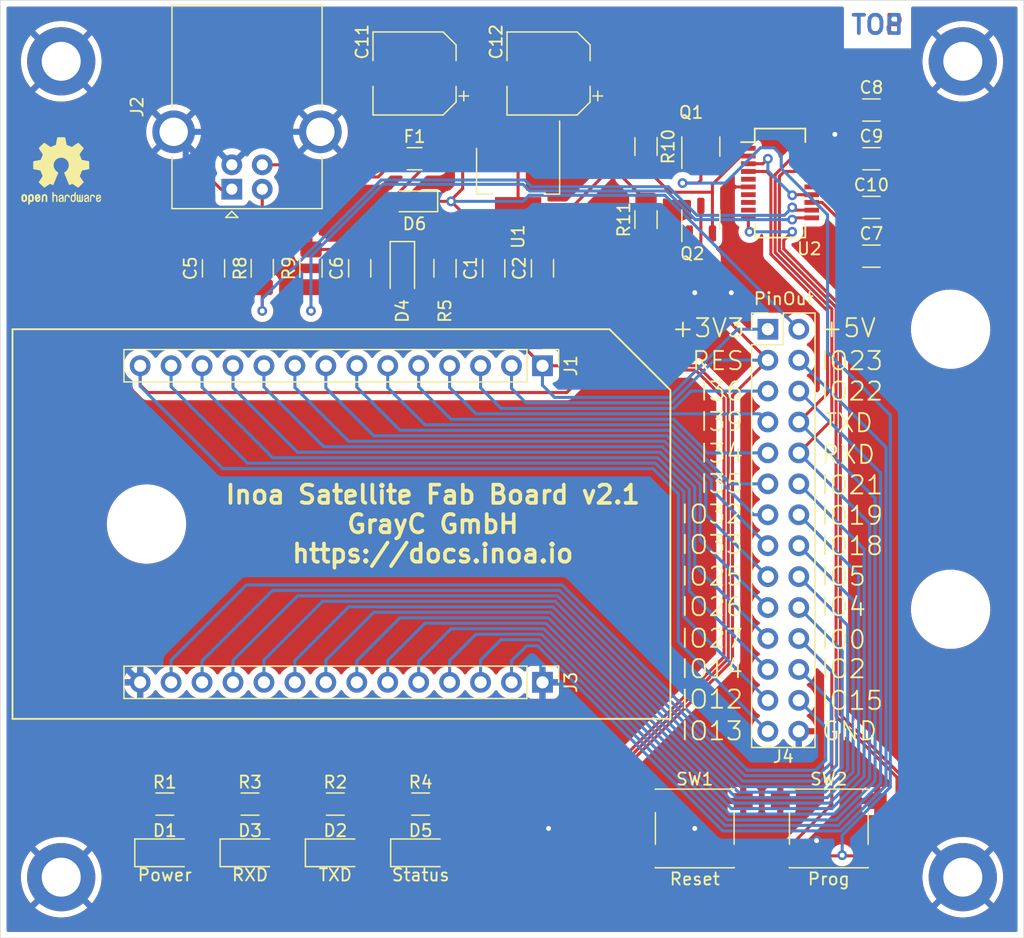
<source format=kicad_pcb>
(kicad_pcb (version 20211014) (generator pcbnew)
  (layers (0 "F.Cu" signal) (31 "B.Cu" signal) (34 "B.Paste" user) (35 "F.Paste" user) (36 "B.SilkS" user "B.Silkscreen") (37 "F.SilkS" user "F.Silkscreen") (38 "B.Mask" user) (39 "F.Mask" user) (44 "Edge.Cuts" user))
  (net 0 "")
  (net 1 "GND")
  (net 2 "+3V3")
  (net 3 "D-")
  (net 4 "+5V")
  (net 5 "Net-(D3-Pad2)")
  (net 6 "IO15")
  (net 7 "IO2")
  (net 8 "IO0")
  (net 9 "IO4")
  (net 10 "IO5")
  (net 11 "IO18")
  (net 12 "IO19")
  (net 13 "IO21")
  (net 14 "U0RXD")
  (net 15 "U0TXD")
  (net 16 "IO22")
  (net 17 "IO23")
  (net 18 "IO13")
  (net 19 "IO12")
  (net 20 "IO14")
  (net 21 "IO27")
  (net 22 "IO26")
  (net 23 "IO25")
  (net 24 "IO33")
  (net 25 "IO32")
  (net 26 "I35")
  (net 27 "I34")
  (net 28 "I39")
  (net 29 "I36")
  (net 30 "Chip_PU")
  (net 31 "TX_LED")
  (net 32 "RX_LED")
  (net 33 "D+")
  (net 34 "FT_~{DTR}")
  (net 35 "FT_~{RTS}")
  (net 36 "Net-(C7-Pad1)")
  (net 37 "Net-(D1-Pad2)")
  (net 38 "Net-(D2-Pad2)")
  (net 39 "Net-(D4-Pad1)")
  (net 40 "Net-(F1-Pad1)")
  (net 41 "Net-(D5-Pad2)")
  (net 42 "Net-(R8-Pad1)")
  (net 43 "Net-(R9-Pad1)")
  (net 50 "Net-(Q1-Pad1)")
  (net 51 "Net-(Q2-Pad1)")
  (footprint "Package_SO:SSOP-20_3.9x8.7mm_P0.635mm" (layer "F.Cu") (at 114 65)
    (fp_text reference "U2")
    (fp_text value "FT231XS")
  )
  (footprint "Package_TO_SOT_SMD:SOT-223-3_TabPin2" (layer "F.Cu") (at 92.5 64 -90)
    (fp_text reference "U1")
    (fp_text value "LD1117S33")
  )
  (footprint "MountingHole:MountingHole_3.2mm_M3_DIN965_Pad" (layer "F.Cu") (at 55 122)
    (fp_text reference "H3" hide)
    (fp_text value "Stand" hide)
  )
  (footprint "MountingHole:MountingHole_3.2mm_M3_DIN965_Pad" (layer "F.Cu") (at 129 55)
    (fp_text reference "H5" hide)
    (fp_text value "Stand" hide)
  )
  (footprint "MountingHole:MountingHole_3.2mm_M3_DIN965_Pad" (layer "F.Cu") (at 129 122)
    (fp_text reference "H7" hide)
    (fp_text value "Stand" hide)
  )
  (footprint "MountingHole:MountingHole_3.2mm_M3_DIN965_Pad" (layer "F.Cu") (at 55 55)
    (fp_text reference "H2" hide)
    (fp_text value "Stand" hide)
  )
  (footprint "LED_SMD:LED_1206_3216Metric_Pad1.42x1.75mm_HandSolder" (layer "F.Cu") (at 63.5 120)
    (fp_text reference "D1")
    (fp_text value "Power")
  )
  (footprint "Resistor_SMD:R_1206_3216Metric_Pad1.30x1.75mm_HandSolder" (layer "F.Cu") (at 63.5 116 180)
    (fp_text reference "R1")
    (fp_text value "220R")
  )
  (footprint "Button_Switch_SMD:SW_SPST_PTS645" (layer "F.Cu") (at 107 118)
    (fp_text reference "SW1")
    (fp_text value "Reset")
  )
  (footprint "Button_Switch_SMD:SW_SPST_PTS645" (layer "F.Cu") (at 118 118)
    (fp_text reference "SW2")
    (fp_text value "Prog")
  )
  (footprint "Connector_PinHeader_2.54mm:PinHeader_1x14_P2.54mm_Vertical" (layer "F.Cu") (at 94.5 106 -90)
    (fp_text reference "J3")
    (fp_text value "East")
  )
  (footprint "LED_SMD:LED_1206_3216Metric_Pad1.42x1.75mm_HandSolder" (layer "F.Cu") (at 70.5 120)
    (fp_text reference "D3")
    (fp_text value "RXD")
  )
  (footprint "LED_SMD:LED_1206_3216Metric_Pad1.42x1.75mm_HandSolder" (layer "F.Cu") (at 77.5 120)
    (fp_text reference "D2")
    (fp_text value "TXD")
  )
  (footprint "LED_SMD:LED_1206_3216Metric_Pad1.42x1.75mm_HandSolder" (layer "F.Cu") (at 84.5 120)
    (fp_text reference "D5")
    (fp_text value "Status")
  )
  (footprint "Resistor_SMD:R_1206_3216Metric_Pad1.30x1.75mm_HandSolder" (layer "F.Cu") (at 77.5 116 180)
    (fp_text reference "R2")
    (fp_text value "220R")
  )
  (footprint "Resistor_SMD:R_1206_3216Metric_Pad1.30x1.75mm_HandSolder" (layer "F.Cu") (at 70.5 116 180)
    (fp_text reference "R3")
    (fp_text value "220R")
  )
  (footprint "Resistor_SMD:R_1206_3216Metric_Pad1.30x1.75mm_HandSolder" (layer "F.Cu") (at 84.5 116 180)
    (fp_text reference "R4")
    (fp_text value "220R")
  )
  (footprint "Connector_PinHeader_2.54mm:PinHeader_1x14_P2.54mm_Vertical" (layer "F.Cu") (at 94.5 80 -90)
    (fp_text reference "J1")
    (fp_text value "West")
  )
  (footprint "Package_TO_SOT_SMD:SOT-23-3" (layer "F.Cu") (at 107.5 62 90)
    (fp_text reference "Q1")
    (fp_text value "S8050")
  )
  (footprint "Package_TO_SOT_SMD:SOT-23-3" (layer "F.Cu") (at 107.5 68 90)
    (fp_text reference "Q2")
    (fp_text value "S8050")
  )
  (footprint "Diode_SMD:D_SOD-323_HandSoldering" (layer "F.Cu") (at 84 66.5 180)
    (fp_text reference "D6")
    (fp_text value "1N5819")
  )
  (footprint "Connector_PinHeader_2.54mm:PinHeader_2x14_P2.54mm_Vertical" (layer "F.Cu") (at 113 77)
    (fp_text reference "J4")
    (fp_text value "PinOut")
  )
  (footprint "Capacitor_SMD:C_1206_3216Metric_Pad1.33x1.80mm_HandSolder" (layer "F.Cu") (at 90.5 72 -90)
    (fp_text reference "C1")
    (fp_text value "100nF")
  )
  (footprint "Capacitor_SMD:C_1206_3216Metric_Pad1.33x1.80mm_HandSolder" (layer "F.Cu") (at 94.5 72 -90)
    (fp_text reference "C2")
    (fp_text value "10uF")
  )
  (footprint "Fuse:Fuse_1206_3216Metric_Pad1.42x1.75mm_HandSolder" (layer "F.Cu") (at 84 63)
    (fp_text reference "F1")
    (fp_text value "5V/1A")
  )
  (footprint "Resistor_SMD:R_1206_3216Metric_Pad1.30x1.75mm_HandSolder" (layer "F.Cu") (at 86.5 72 90)
    (fp_text reference "R5")
    (fp_text value "10k")
  )
  (footprint "Diode_SMD:D_SOD-123F" (layer "F.Cu") (at 83 72 -90)
    (fp_text reference "D4")
    (fp_text value "MM3Z6V2T1G")
  )
  (footprint "Capacitor_SMD:C_1206_3216Metric_Pad1.33x1.80mm_HandSolder" (layer "F.Cu") (at 67.5 72 -90)
    (fp_text reference "C5")
    (fp_text value "47pF")
  )
  (footprint "Capacitor_SMD:C_1206_3216Metric_Pad1.33x1.80mm_HandSolder" (layer "F.Cu") (at 121.5 59)
    (fp_text reference "C8")
    (fp_text value "100nF")
  )
  (footprint "Capacitor_SMD:C_1206_3216Metric_Pad1.33x1.80mm_HandSolder" (layer "F.Cu") (at 121.5 63)
    (fp_text reference "C9")
    (fp_text value "100nF")
  )
  (footprint "Resistor_SMD:R_1206_3216Metric_Pad1.30x1.75mm_HandSolder" (layer "F.Cu") (at 71.5 72 90)
    (fp_text reference "R8")
    (fp_text value "27R")
  )
  (footprint "Resistor_SMD:R_1206_3216Metric_Pad1.30x1.75mm_HandSolder" (layer "F.Cu") (at 75.5 72 90)
    (fp_text reference "R9")
    (fp_text value "27R")
  )
  (footprint "Resistor_SMD:R_1206_3216Metric_Pad1.30x1.75mm_HandSolder" (layer "F.Cu") (at 103 62 -90)
    (fp_text reference "R10")
    (fp_text value "10k")
  )
  (footprint "Resistor_SMD:R_1206_3216Metric_Pad1.30x1.75mm_HandSolder" (layer "F.Cu") (at 103 68 90)
    (fp_text reference "R11")
    (fp_text value "10k")
  )
  (footprint "MountingHole:MountingHole_5.5mm" (layer "F.Cu") (at 62 93)
    (fp_text reference "H1" hide)
    (fp_text value "Cable" hide)
  )
  (footprint "MountingHole:MountingHole_5.5mm" (layer "F.Cu") (at 128 77)
    (fp_text reference "H6" hide)
    (fp_text value "Cable" hide)
  )
  (footprint "Capacitor_SMD:C_1206_3216Metric_Pad1.33x1.80mm_HandSolder" (layer "F.Cu") (at 79.5 72 -90)
    (fp_text reference "C6")
    (fp_text value "47pF")
  )
  (footprint "Capacitor_SMD:C_1206_3216Metric_Pad1.33x1.80mm_HandSolder" (layer "F.Cu") (at 121.5 71)
    (fp_text reference "C7")
    (fp_text value "100nF")
  )
  (footprint "Connector_USB:USB_B_OST_USB-B1HSxx_Horizontal" (layer "F.Cu") (at 69 65.5 90)
    (fp_text reference "J2")
    (fp_text value "USB")
  )
  (footprint "MountingHole:MountingHole_5.5mm" (layer "F.Cu") (at 128 100)
    (fp_text reference "H4" hide)
    (fp_text value "Cable" hide)
  )
  (footprint "Capacitor_SMD:C_1206_3216Metric_Pad1.33x1.80mm_HandSolder" (layer "F.Cu") (at 121.5 67)
    (fp_text reference "C10")
    (fp_text value "4u7")
  )
  (footprint "Capacitor_SMD:CP_Elec_6.3x5.4" (layer "F.Cu") (at 95 56 180)
    (fp_text reference "C12")
    (fp_text value "47uF")
  )
  (footprint "Capacitor_SMD:CP_Elec_6.3x5.4" (layer "F.Cu") (at 84 56 180)
    (fp_text reference "C11")
    (fp_text value "100uF")
  )
  (footprint "Symbol:OSHW-Logo2_7.3x6mm_SilkScreen" (layer "F.Cu") (at 55 64)
    (fp_text reference "LOGO1" hide)
    (fp_text value "Logo_Open_Hardware_Small" hide)
  )
  (footprint "images:grayc-logo-negative" (layer "F.Cu") (at 55 72)
    (fp_text reference "G1" hide)
    (fp_text value "LOGO" hide)
  )
  (gr_line (start 51 109) (end 51 77) (layer "F.SilkS") (width 0.15))
  (gr_line (start 100 77) (end 105 82) (layer "F.SilkS") (width 0.15))
  (gr_line (start 105 109) (end 51 109) (layer "F.SilkS") (width 0.15))
  (gr_line (start 105 82) (end 105 109) (layer "F.SilkS") (width 0.15))
  (gr_line (start 51 77) (end 100 77) (layer "F.SilkS") (width 0.15))
  (gr_line (start 50 127) (end 50 50) (layer "Edge.Cuts") (width 0.05))
  (gr_line (start 134 50) (end 134 127) (layer "Edge.Cuts") (width 0.05))
  (gr_line (start 50 50) (end 134 50) (layer "Edge.Cuts") (width 0.05))
  (gr_line (start 134 127) (end 50 127) (layer "Edge.Cuts") (width 0.05))
  (gr_text "TOP" (at 122 52) (layer "F.Cu") (effects (font (size 1.5 1.5) (thickness 0.3))))
  (gr_text "SR-FB-021" (at 132 64 90) (layer "F.Cu") (effects (font (size 1 1))))
  (gr_text "BOT" (at 122 52) (layer "B.Cu") (effects (font (size 1.5 1.5) (thickness 0.3)) (justify mirror)))
  (gr_text "TXD" (at 119.6 84.7) (layer "F.SilkS") (effects (font (size 1.5 1.5))))
  (gr_text "RXD" (at 119.6 87.3) (layer "F.SilkS") (effects (font (size 1.5 1.5))))
  (gr_text "IO21" (at 119.9 89.8) (layer "F.SilkS") (effects (font (size 1.5 1.5))))
  (gr_text "IO19" (at 119.9 92.3) (layer "F.SilkS") (effects (font (size 1.5 1.5))))
  (gr_text "IO18" (at 119.9 94.8) (layer "F.SilkS") (effects (font (size 1.5 1.5))))
  (gr_text "IO5" (at 119.2 97.3) (layer "F.SilkS") (effects (font (size 1.5 1.5))))
  (gr_text "IO4" (at 119.2 99.8) (layer "F.SilkS") (effects (font (size 1.5 1.5))))
  (gr_text "IO0" (at 119.2 102.5) (layer "F.SilkS") (effects (font (size 1.5 1.5))))
  (gr_text "IO2" (at 119.2 104.9) (layer "F.SilkS") (effects (font (size 1.5 1.5))))
  (gr_text "IO15" (at 119.9 107.5) (layer "F.SilkS") (effects (font (size 1.5 1.5))))
  (gr_text "GND" (at 119.7 110) (layer "F.SilkS") (effects (font (size 1.5 1.5))))
  (gr_text "+3V3" (at 108.1 76.9) (layer "F.SilkS") (effects (font (size 1.5 1.5))))
  (gr_text "RES" (at 108.9 79.6) (layer "F.SilkS") (effects (font (size 1.5 1.5))))
  (gr_text "I36" (at 109.2 82.1) (layer "F.SilkS") (effects (font (size 1.5 1.5))))
  (gr_text "I39" (at 109.2 84.6) (layer "F.SilkS") (effects (font (size 1.5 1.5))))
  (gr_text "I34" (at 109.2 87.2) (layer "F.SilkS") (effects (font (size 1.5 1.5))))
  (gr_text "I35" (at 109.2 89.7) (layer "F.SilkS") (effects (font (size 1.5 1.5))))
  (gr_text "IO32" (at 108.4 92.2) (layer "F.SilkS") (effects (font (size 1.5 1.5))))
  (gr_text "IO33" (at 108.4 94.7) (layer "F.SilkS") (effects (font (size 1.5 1.5))))
  (gr_text "IO25" (at 108.4 97.3) (layer "F.SilkS") (effects (font (size 1.5 1.5))))
  (gr_text "IO26" (at 108.4 99.8) (layer "F.SilkS") (effects (font (size 1.5 1.5))))
  (gr_text "IO27" (at 108.4 102.4) (layer "F.SilkS") (effects (font (size 1.5 1.5))))
  (gr_text "IO14" (at 108.4 104.9) (layer "F.SilkS") (effects (font (size 1.5 1.5))))
  (gr_text "IO12" (at 108.4 107.4) (layer "F.SilkS") (effects (font (size 1.5 1.5))))
  (gr_text "IO13" (at 108.4 110) (layer "F.SilkS") (effects (font (size 1.5 1.5))))
  (gr_text "+5V" (at 119.6 76.9) (layer "F.SilkS") (effects (font (size 1.5 1.5))))
  (gr_text "IO23" (at 119.9 79.6) (layer "F.SilkS") (effects (font (size 1.5 1.5))))
  (gr_text "Inoa Satellite Fab Board v2.1\nGrayC GmbH\nhttps://docs.inoa.io" (at 85.5 93) (layer "F.SilkS") (effects (font (size 1.5 1.5) (thickness 0.3))))
  (gr_text "IO22" (at 119.9 82.1) (layer "F.SilkS") (effects (font (size 1.5 1.5))))
  (segment (start 118.5 64.165) (end 117.9825 64.6825) (width 0.25) (layer "F.Cu") (net 1))
  (segment (start 111.4 65.3175) (end 110.1175 65.3175) (width 0.25) (layer "F.Cu") (net 1))
  (segment (start 116.6 64.6825) (end 117.9825 64.6825) (width 0.25) (layer "F.Cu") (net 1))
  (segment (start 118.5 61) (end 118.5 64.165) (width 0.25) (layer "F.Cu") (net 1))
  (via (at 118.5 61) (size 0.8) (drill 0.4) (layers "F.Cu" "B.Cu") (net 1))
  (via (at 107 118) (size 0.8) (drill 0.4) (layers "F.Cu" "B.Cu") (net 1))
  (via (at 117 119) (size 0.8) (drill 0.4) (layers "F.Cu" "B.Cu") (net 1))
  (via (at 107 74) (size 0.8) (drill 0.4) (layers "F.Cu" "B.Cu") (net 1))
  (via (at 110 74) (size 0.8) (drill 0.4) (layers "F.Cu" "B.Cu") (net 1))
  (via (at 95 118) (size 0.8) (drill 0.4) (layers "F.Cu" "B.Cu") (net 1))
  (segment (start 58.1 78.3) (end 58.1 102.62) (width 0.5) (layer "B.Cu") (net 1))
  (segment (start 59.3 77.1) (end 58.1 78.3) (width 0.5) (layer "B.Cu") (net 1))
  (segment (start 65.220001 61.780001) (end 65.220001 74.279999) (width 0.5) (layer "B.Cu") (net 1))
  (segment (start 58.1 102.62) (end 61.48 106) (width 0.5) (layer "B.Cu") (net 1))
  (segment (start 65.220001 74.279999) (end 62.4 77.1) (width 0.5) (layer "B.Cu") (net 1))
  (segment (start 64.23 60.79) (end 65.220001 61.780001) (width 0.5) (layer "B.Cu") (net 1))
  (segment (start 76.27 60.79) (end 64.23 60.79) (width 0.5) (layer "B.Cu") (net 1))
  (segment (start 62.4 77.1) (end 59.3 77.1) (width 0.5) (layer "B.Cu") (net 1))
  (segment (start 92.5 67.15) (end 92.5 60.85) (width 0.25) (layer "F.Cu") (net 2))
  (segment (start 87.2 123.2) (end 82 123.2) (width 0.25) (layer "F.Cu") (net 2))
  (segment (start 92.5 67.15) (end 96.75 67.15) (width 0.25) (layer "F.Cu") (net 2))
  (segment (start 79.4 113) (end 77.4 113) (width 0.25) (layer "F.Cu") (net 2))
  (segment (start 97.8 56.5) (end 97.8 56) (width 0.25) (layer "F.Cu") (net 2))
  (segment (start 119.2825 65.3175) (end 119.9375 64.6625) (width 0.25) (layer "F.Cu") (net 2))
  (segment (start 120.0625 67) (end 120.0625 66.0975) (width 0.25) (layer "F.Cu") (net 2))
  (segment (start 94.5 70.4375) (end 94.3625 70.4375) (width 0.25) (layer "F.Cu") (net 2))
  (segment (start 100.805012 113) (end 91.3 113) (width 0.25) (layer "F.Cu") (net 2))
  (segment (start 92.5 78) (end 94.5 80) (width 0.25) (layer "F.Cu") (net 2))
  (segment (start 100.74999 59.455022) (end 101.455022 58.74999) (width 0.25) (layer "F.Cu") (net 2))
  (segment (start 80.2 121.4) (end 80.2 113.8) (width 0.25) (layer "F.Cu") (net 2))
  (segment (start 88.1 122.3) (end 87.2 123.2) (width 0.25) (layer "F.Cu") (net 2))
  (segment (start 100.74999 59.44999) (end 97.8 56.5) (width 0.25) (layer "F.Cu") (net 2))
  (segment (start 88.1 116.2) (end 88.1 122.3) (width 0.25) (layer "F.Cu") (net 2))
  (segment (start 100.74999 63.15001) (end 100.74999 59.455022) (width 0.25) (layer "F.Cu") (net 2))
  (segment (start 119.68749 58.74999) (end 119.9375 59) (width 0.25) (layer "F.Cu") (net 2))
  (segment (start 70.1 113) (end 70.4 113) (width 0.25) (layer "F.Cu") (net 2))
  (segment (start 63.1 113) (end 70.1 113) (width 0.25) (layer "F.Cu") (net 2))
  (segment (start 82 123.2) (end 80.2 121.4) (width 0.25) (layer "F.Cu") (net 2))
  (segment (start 80.2 113.8) (end 79.4 113) (width 0.25) (layer "F.Cu") (net 2))
  (segment (start 61.95 114.15) (end 63.1 113) (width 0.25) (layer "F.Cu") (net 2))
  (segment (start 75.95 116) (end 75.95 114.45) (width 0.25) (layer "F.Cu") (net 2))
  (segment (start 94.5 80) (end 107.2 80) (width 0.25) (layer "F.Cu") (net 2))
  (segment (start 96.75 67.15) (end 100.74999 63.15001) (width 0.25) (layer "F.Cu") (net 2))
  (segment (start 92.5 67.15) (end 92.5 68.4375) (width 0.25) (layer "F.Cu") (net 2))
  (segment (start 68.95 114.45) (end 70.4 113) (width 0.25) (layer "F.Cu") (net 2))
  (segment (start 75.95 114.45) (end 77.4 113) (width 0.25) (layer "F.Cu") (net 2))
  (segment (start 61.95 116) (end 61.95 114.15) (width 0.25) (layer "F.Cu") (net 2))
  (segment (start 91.3 113) (end 88.1 116.2) (width 0.25) (layer "F.Cu") (net 2))
  (segment (start 107.2 80) (end 109.74999 82.54999) (width 0.25) (layer "F.Cu") (net 2))
  (segment (start 116.6 65.3175) (end 119.2825 65.3175) (width 0.25) (layer "F.Cu") (net 2))
  (segment (start 101.455022 58.74999) (end 119.68749 58.74999) (width 0.25) (layer "F.Cu") (net 2))
  (segment (start 92.5 68.4375) (end 94.5 70.4375) (width 0.25) (layer "F.Cu") (net 2))
  (segment (start 77.4 113) (end 70.1 113) (width 0.25) (layer "F.Cu") (net 2))
  (segment (start 92.5 72.3) (end 92.5 78) (width 0.25) (layer "F.Cu") (net 2))
  (segment (start 68.95 116) (end 68.95 114.45) (width 0.25) (layer "F.Cu") (net 2))
  (segment (start 120.0625 66.0975) (end 119.2825 65.3175) (width 0.25) (layer "F.Cu") (net 2))
  (segment (start 109.74999 82.54999) (end 109.74999 104.055022) (width 0.25) (layer "F.Cu") (net 2))
  (segment (start 109.74999 104.055022) (end 100.805012 113) (width 0.25) (layer "F.Cu") (net 2))
  (segment (start 119.9375 64.6625) (end 119.9375 63) (width 0.25) (layer "F.Cu") (net 2))
  (segment (start 100.74999 59.455022) (end 100.74999 59.44999) (width 0.25) (layer "F.Cu") (net 2))
  (segment (start 94.3625 70.4375) (end 92.5 72.3) (width 0.25) (layer "F.Cu") (net 2))
  (segment (start 119.9375 59) (end 119.9375 63) (width 0.25) (layer "F.Cu") (net 2))
  (segment (start 110.5 77) (end 113 77) (width 0.25) (layer "B.Cu") (net 2))
  (segment (start 95.5 82.6) (end 104.9 82.6) (width 0.25) (layer "B.Cu") (net 2))
  (segment (start 104.9 82.6) (end 110.5 77) (width 0.25) (layer "B.Cu") (net 2))
  (segment (start 94.5 81.6) (end 95.5 82.6) (width 0.25) (layer "B.Cu") (net 2))
  (segment (start 94.5 80) (end 94.5 81.6) (width 0.25) (layer "B.Cu") (net 2))
  (segment (start 71.4875 70.4375) (end 71.5 70.45) (width 0.25) (layer "F.Cu") (net 3))
  (segment (start 71.5 70.45) (end 71.5 65.5) (width 0.25) (layer "F.Cu") (net 3))
  (segment (start 67.5 70.4375) (end 71.4875 70.4375) (width 0.25) (layer "F.Cu") (net 3))
  (segment (start 87.95 60.85) (end 87.95 65.45) (width 0.25) (layer "F.Cu") (net 4))
  (segment (start 86.9 66.5) (end 85.25 66.5) (width 0.25) (layer "F.Cu") (net 4))
  (segment (start 87.95 65.45) (end 86.9 66.5) (width 0.25) (layer "F.Cu") (net 4))
  (segment (start 87 66.5) (end 90.5 70) (width 0.25) (layer "F.Cu") (net 4))
  (segment (start 90.2 60.85) (end 87.95 60.85) (width 0.25) (layer "F.Cu") (net 4))
  (segment (start 90.5 70) (end 90.5 70.4375) (width 0.25) (layer "F.Cu") (net 4))
  (segment (start 86.8 59.7) (end 86.8 56) (width 0.25) (layer "F.Cu") (net 4))
  (segment (start 87.95 60.85) (end 86.8 59.7) (width 0.25) (layer "F.Cu") (net 4))
  (via (at 87 66.5) (size 0.8) (drill 0.4) (layers "F.Cu" "B.Cu") (net 4))
  (segment (start 87 66.5) (end 92.9 66.5) (width 0.25) (layer "B.Cu") (net 4))
  (segment (start 93.6 66) (end 93.59999 65.99999) (width 0.25) (layer "B.Cu") (net 4))
  (segment (start 115.54 77) (end 104.54 66) (width 0.25) (layer "B.Cu") (net 4))
  (segment (start 93.40001 65.99999) (end 92.9 66.5) (width 0.25) (layer "B.Cu") (net 4))
  (segment (start 104.54 66) (end 93.6 66) (width 0.25) (layer "B.Cu") (net 4))
  (segment (start 93.59999 65.99999) (end 93.40001 65.99999) (width 0.25) (layer "B.Cu") (net 4))
  (segment (start 72.05 119.9375) (end 71.9875 120) (width 0.25) (layer "F.Cu") (net 5))
  (segment (start 72.05 116) (end 72.05 119.9375) (width 0.25) (layer "F.Cu") (net 5))
  (segment (start 117.750009 112.386401) (end 117.75001 109.69001) (width 0.25) (layer "B.Cu") (net 6))
  (segment (start 116.918205 113.218205) (end 117.750009 112.386401) (width 0.25) (layer "B.Cu") (net 6))
  (segment (start 64.02 106) (end 64.02 104.18) (width 0.25) (layer "B.Cu") (net 6))
  (segment (start 111.318205 113.218205) (end 116.918205 113.218205) (width 0.25) (layer "B.Cu") (net 6))
  (segment (start 70.2 98) (end 96.1 98) (width 0.25) (layer "B.Cu") (net 6))
  (segment (start 117.75001 109.69001) (end 115.54 107.48) (width 0.25) (layer "B.Cu") (net 6))
  (segment (start 64.02 104.18) (end 70.2 98) (width 0.25) (layer "B.Cu") (net 6))
  (segment (start 96.1 98) (end 111.318205 113.218205) (width 0.25) (layer "B.Cu") (net 6))
  (segment (start 117.104605 113.668215) (end 117.77282 113) (width 0.25) (layer "B.Cu") (net 7))
  (segment (start 117.77282 113) (end 117.8 113) (width 0.25) (layer "B.Cu") (net 7))
  (segment (start 95.9136 98.45001) (end 111.131804 113.668214) (width 0.25) (layer "B.Cu") (net 7))
  (segment (start 118.200018 107.600018) (end 115.54 104.94) (width 0.25) (layer "B.Cu") (net 7))
  (segment (start 72.34999 98.45001) (end 95.9136 98.45001) (width 0.25) (layer "B.Cu") (net 7))
  (segment (start 118.200018 112.599982) (end 118.200018 107.600018) (width 0.25) (layer "B.Cu") (net 7))
  (segment (start 66.56 106) (end 66.56 104.24) (width 0.25) (layer "B.Cu") (net 7))
  (segment (start 66.56 104.24) (end 72.34999 98.45001) (width 0.25) (layer "B.Cu") (net 7))
  (segment (start 117.8 113) (end 118.200018 112.599982) (width 0.25) (layer "B.Cu") (net 7))
  (segment (start 111.131804 113.668214) (end 117.104605 113.668215) (width 0.25) (layer "B.Cu") (net 7))
  (segment (start 107.5 64.76359) (end 107.26359 65) (width 0.25) (layer "F.Cu") (net 8))
  (segment (start 118.25001 116.01999) (end 114.02 120.25) (width 0.25) (layer "F.Cu") (net 8))
  (segment (start 114.02 120.25) (end 121.98 120.25) (width 0.25) (layer "F.Cu") (net 8))
  (segment (start 115.54 102.4) (end 118.25001 105.11001) (width 0.25) (layer "F.Cu") (net 8))
  (segment (start 106 65) (end 107.26359 65) (width 0.25) (layer "F.Cu") (net 8))
  (segment (start 107.5 60.8625) (end 107.5 64.76359) (width 0.25) (layer "F.Cu") (net 8))
  (segment (start 118.25001 105.11001) (end 118.25001 116.01999) (width 0.25) (layer "F.Cu") (net 8))
  (via (at 119.1 120.2) (size 0.8) (drill 0.4) (layers "F.Cu" "B.Cu") (net 8))
  (via (at 106 65) (size 0.8) (drill 0.4) (layers "F.Cu" "B.Cu") (net 8))
  (segment (start 112.4 62.1) (end 113.5 62.1) (width 0.25) (layer "B.Cu") (net 8))
  (segment (start 123.050124 84.050124) (end 123.050124 114.608963) (width 0.25) (layer "B.Cu") (net 8))
  (segment (start 95.7272 98.90002) (end 110.945403 114.118223) (width 0.25) (layer "B.Cu") (net 8))
  (segment (start 114.1 63.8) (end 117.9 67.6) (width 0.25) (layer "B.Cu") (net 8))
  (segment (start 113.5 62.1) (end 114.1 62.7) (width 0.25) (layer "B.Cu") (net 8))
  (segment (start 69.1 106) (end 69.1 104.2) (width 0.25) (layer "B.Cu") (net 8))
  (segment (start 118.650027 112.786383) (end 118.650027 105.510027) (width 0.25) (layer "B.Cu") (net 8))
  (segment (start 106 65) (end 109.5 65) (width 0.25) (layer "B.Cu") (net 8))
  (segment (start 110.945403 114.118223) (end 117.318186 114.118224) (width 0.25) (layer "B.Cu") (net 8))
  (segment (start 74.39998 98.90002) (end 95.7272 98.90002) (width 0.25) (layer "B.Cu") (net 8))
  (segment (start 119.1 118.559087) (end 119.1 120.2) (width 0.25) (layer "B.Cu") (net 8))
  (segment (start 117.9 67.6) (end 117.9 78.9) (width 0.25) (layer "B.Cu") (net 8))
  (segment (start 114.1 62.7) (end 114.1 63.8) (width 0.25) (layer "B.Cu") (net 8))
  (segment (start 118.650027 105.510027) (end 115.54 102.4) (width 0.25) (layer "B.Cu") (net 8))
  (segment (start 109.5 65) (end 112.4 62.1) (width 0.25) (layer "B.Cu") (net 8))
  (segment (start 123.050124 114.608963) (end 123.050122 114.608965) (width 0.25) (layer "B.Cu") (net 8))
  (segment (start 117.318186 114.118224) (end 118.650027 112.786383) (width 0.25) (layer "B.Cu") (net 8))
  (segment (start 69.1 104.2) (end 74.39998 98.90002) (width 0.25) (layer "B.Cu") (net 8))
  (segment (start 123.050122 114.608965) (end 119.1 118.559087) (width 0.25) (layer "B.Cu") (net 8))
  (segment (start 117.9 78.9) (end 123.050124 84.050124) (width 0.25) (layer "B.Cu") (net 8))
  (segment (start 110.759002 114.568232) (end 117.504585 114.568233) (width 0.25) (layer "B.Cu") (net 9))
  (segment (start 119.100036 103.420036) (end 115.54 99.86) (width 0.25) (layer "B.Cu") (net 9))
  (segment (start 95.5408 99.35003) (end 110.759002 114.568232) (width 0.25) (layer "B.Cu") (net 9))
  (segment (start 119.100036 112.972784) (end 119.100036 103.420036) (width 0.25) (layer "B.Cu") (net 9))
  (segment (start 71.64 106) (end 71.64 104.16) (width 0.25) (layer "B.Cu") (net 9))
  (segment (start 76.44997 99.35003) (end 95.5408 99.35003) (width 0.25) (layer "B.Cu") (net 9))
  (segment (start 117.504585 114.568233) (end 119.100036 112.972784) (width 0.25) (layer "B.Cu") (net 9))
  (segment (start 71.64 104.16) (end 76.44997 99.35003) (width 0.25) (layer "B.Cu") (net 9))
  (segment (start 110.572603 115.018241) (end 117.690985 115.018242) (width 0.25) (layer "B.Cu") (net 10))
  (segment (start 74.18 106) (end 74.18 104.22) (width 0.25) (layer "B.Cu") (net 10))
  (segment (start 74.18 104.22) (end 78.59996 99.80004) (width 0.25) (layer "B.Cu") (net 10))
  (segment (start 117.690985 115.018242) (end 119.550046 113.159184) (width 0.25) (layer "B.Cu") (net 10))
  (segment (start 119.550046 113.159184) (end 119.550046 101.330046) (width 0.25) (layer "B.Cu") (net 10))
  (segment (start 119.550046 101.330046) (end 115.54 97.32) (width 0.25) (layer "B.Cu") (net 10))
  (segment (start 95.3544 99.80004) (end 110.572603 115.018241) (width 0.25) (layer "B.Cu") (net 10))
  (segment (start 78.59996 99.80004) (end 95.3544 99.80004) (width 0.25) (layer "B.Cu") (net 10))
  (segment (start 76.72 106) (end 76.72 104.18) (width 0.25) (layer "B.Cu") (net 11))
  (segment (start 95.168001 100.25005) (end 110.386204 115.46825) (width 0.25) (layer "B.Cu") (net 11))
  (segment (start 120.000056 113.345584) (end 120.000056 99.240056) (width 0.25) (layer "B.Cu") (net 11))
  (segment (start 120.000056 99.240056) (end 115.54 94.78) (width 0.25) (layer "B.Cu") (net 11))
  (segment (start 110.386204 115.46825) (end 117.877385 115.468251) (width 0.25) (layer "B.Cu") (net 11))
  (segment (start 76.72 104.18) (end 80.64995 100.25005) (width 0.25) (layer "B.Cu") (net 11))
  (segment (start 117.877385 115.468251) (end 120.000056 113.345584) (width 0.25) (layer "B.Cu") (net 11))
  (segment (start 80.64995 100.25005) (end 95.168001 100.25005) (width 0.25) (layer "B.Cu") (net 11))
  (segment (start 94.981602 100.70006) (end 110.199805 115.918259) (width 0.25) (layer "B.Cu") (net 12))
  (segment (start 82.79994 100.70006) (end 94.981602 100.70006) (width 0.25) (layer "B.Cu") (net 12))
  (segment (start 79.26 104.24) (end 82.79994 100.70006) (width 0.25) (layer "B.Cu") (net 12))
  (segment (start 118.063785 115.91826) (end 120.450066 113.531984) (width 0.25) (layer "B.Cu") (net 12))
  (segment (start 110.199805 115.918259) (end 118.063785 115.91826) (width 0.25) (layer "B.Cu") (net 12))
  (segment (start 79.26 106) (end 79.26 104.24) (width 0.25) (layer "B.Cu") (net 12))
  (segment (start 120.450066 113.531984) (end 120.450066 97.150066) (width 0.25) (layer "B.Cu") (net 12))
  (segment (start 120.450066 97.150066) (end 115.54 92.24) (width 0.25) (layer "B.Cu") (net 12))
  (segment (start 120.900076 113.718384) (end 120.900076 95.060076) (width 0.25) (layer "B.Cu") (net 13))
  (segment (start 118.250185 116.368269) (end 120.900076 113.718384) (width 0.25) (layer "B.Cu") (net 13))
  (segment (start 81.8 106) (end 81.8 104.2) (width 0.25) (layer "B.Cu") (net 13))
  (segment (start 84.84993 101.15007) (end 94.795203 101.15007) (width 0.25) (layer "B.Cu") (net 13))
  (segment (start 110.013406 116.368268) (end 118.250185 116.368269) (width 0.25) (layer "B.Cu") (net 13))
  (segment (start 81.8 104.2) (end 84.84993 101.15007) (width 0.25) (layer "B.Cu") (net 13))
  (segment (start 120.900076 95.060076) (end 115.54 89.7) (width 0.25) (layer "B.Cu") (net 13))
  (segment (start 94.795203 101.15007) (end 110.013406 116.368268) (width 0.25) (layer "B.Cu") (net 13))
  (segment (start 115.75 62.1425) (end 114.7 63.1925) (width 0.25) (layer "F.Cu") (net 14))
  (segment (start 118.25001 84.44999) (end 115.54 87.16) (width 0.25) (layer "F.Cu") (net 14))
  (segment (start 113.6 70.7) (end 118.25001 75.35001) (width 0.25) (layer "F.Cu") (net 14))
  (segment (start 114.7 63.1925) (end 114.7 63.2) (width 0.25) (layer "F.Cu") (net 14))
  (segment (start 116.6 62.1425) (end 115.75 62.1425) (width 0.25) (layer "F.Cu") (net 14))
  (segment (start 118.25001 75.35001) (end 118.25001 84.44999) (width 0.25) (layer "F.Cu") (net 14))
  (segment (start 114.7 63.2) (end 113.6 64.3) (width 0.25) (layer "F.Cu") (net 14))
  (segment (start 113.6 64.3) (end 113.6 70.7) (width 0.25) (layer "F.Cu") (net 14))
  (segment (start 111 116.818278) (end 118.436585 116.818278) (width 0.25) (layer "B.Cu") (net 14))
  (segment (start 121.350084 92.970084) (end 115.54 87.16) (width 0.25) (layer "B.Cu") (net 14))
  (segment (start 121.350084 113.904785) (end 121.350084 92.970084) (width 0.25) (layer "B.Cu") (net 14))
  (segment (start 86.99992 101.60008) (end 94.608804 101.60008) (width 0.25) (layer "B.Cu") (net 14))
  (segment (start 109.827007 116.818277) (end 111 116.818278) (width 0.25) (layer "B.Cu") (net 14))
  (segment (start 94.608804 101.60008) (end 109.827007 116.818277) (width 0.25) (layer "B.Cu") (net 14))
  (segment (start 118.436585 116.818278) (end 121.350084 113.904785) (width 0.25) (layer "B.Cu") (net 14))
  (segment (start 84.34 106) (end 84.34 104.26) (width 0.25) (layer "B.Cu") (net 14))
  (segment (start 84.34 104.26) (end 86.99992 101.60008) (width 0.25) (layer "B.Cu") (net 14))
  (segment (start 113.24999 64.4) (end 113.24999 70.844978) (width 0.25) (layer "F.Cu") (net 15))
  (segment (start 112.89749 64.0475) (end 113.24999 64.4) (width 0.25) (layer "F.Cu") (net 15))
  (segment (start 113.24999 70.844978) (end 117.9 75.494988) (width 0.25) (layer "F.Cu") (net 15))
  (segment (start 117.9 75.494988) (end 117.9 82.26) (width 0.25) (layer "F.Cu") (net 15))
  (segment (start 117.9 82.26) (end 115.54 84.62) (width 0.25) (layer "F.Cu") (net 15))
  (segment (start 111.4 64.0475) (end 112.89749 64.0475) (width 0.25) (layer "F.Cu") (net 15))
  (segment (start 94.422405 102.05009) (end 109.672315 117.3) (width 0.25) (layer "B.Cu") (net 15))
  (segment (start 109.672315 117.3) (end 118.591278 117.3) (width 0.25) (layer "B.Cu") (net 15))
  (segment (start 121.800094 114.091185) (end 121.800094 90.880094) (width 0.25) (layer "B.Cu") (net 15))
  (segment (start 86.88 104.22) (end 89.04991 102.05009) (width 0.25) (layer "B.Cu") (net 15))
  (segment (start 121.800094 90.880094) (end 115.54 84.62) (width 0.25) (layer "B.Cu") (net 15))
  (segment (start 89.04991 102.05009) (end 94.422405 102.05009) (width 0.25) (layer "B.Cu") (net 15))
  (segment (start 118.591278 117.3) (end 121.800094 114.091185) (width 0.25) (layer "B.Cu") (net 15))
  (segment (start 86.88 106) (end 86.88 104.22) (width 0.25) (layer "B.Cu") (net 15))
  (segment (start 94.236005 102.5001) (end 109.485915 117.75001) (width 0.25) (layer "B.Cu") (net 16))
  (segment (start 91.0999 102.5001) (end 94.236005 102.5001) (width 0.25) (layer "B.Cu") (net 16))
  (segment (start 109.485915 117.75001) (end 118.777679 117.750009) (width 0.25) (layer "B.Cu") (net 16))
  (segment (start 122.250104 88.790104) (end 115.54 82.08) (width 0.25) (layer "B.Cu") (net 16))
  (segment (start 122.250104 114.277585) (end 122.250104 88.790104) (width 0.25) (layer "B.Cu") (net 16))
  (segment (start 118.777679 117.750009) (end 122.250104 114.277585) (width 0.25) (layer "B.Cu") (net 16))
  (segment (start 89.42 104.18) (end 91.0999 102.5001) (width 0.25) (layer "B.Cu") (net 16))
  (segment (start 89.42 106) (end 89.42 104.18) (width 0.25) (layer "B.Cu") (net 16))
  (segment (start 109.299515 118.20002) (end 110.69998 118.20002) (width 0.25) (layer "B.Cu") (net 17))
  (segment (start 94.099495 103) (end 102.213599 111.114104) (width 0.25) (layer "B.Cu") (net 17))
  (segment (start 110.69998 118.20002) (end 110.699982 118.200018) (width 0.25) (layer "B.Cu") (net 17))
  (segment (start 91.96 106) (end 91.96 104.24) (width 0.25) (layer "B.Cu") (net 17))
  (segment (start 122.700114 114.463985) (end 122.700114 86.700114) (width 0.25) (layer "B.Cu") (net 17))
  (segment (start 122.700114 86.700114) (end 115.54 79.54) (width 0.25) (layer "B.Cu") (net 17))
  (segment (start 118.96408 118.200018) (end 122.700114 114.463985) (width 0.25) (layer "B.Cu") (net 17))
  (segment (start 91.96 104.24) (end 93.2 103) (width 0.25) (layer "B.Cu") (net 17))
  (segment (start 102.213599 111.114104) (end 109.299515 118.20002) (width 0.25) (layer "B.Cu") (net 17))
  (segment (start 110.699982 118.200018) (end 118.96408 118.200018) (width 0.25) (layer "B.Cu") (net 17))
  (segment (start 93.2 103) (end 94.099495 103) (width 0.25) (layer "B.Cu") (net 17))
  (segment (start 108.905012 82.2) (end 107.402506 80.697494) (width 0.25) (layer "F.Cu") (net 18))
  (segment (start 107.055022 80.35001) (end 98.35001 80.35001) (width 0.25) (layer "F.Cu") (net 18))
  (segment (start 107.402506 80.697494) (end 107.055022 80.35001) (width 0.25) (layer "F.Cu") (net 18))
  (segment (start 108.905012 82.2) (end 109.39998 82.694968) (width 0.25) (layer "F.Cu") (net 18))
  (segment (start 61.48 81.58) (end 62.1 82.2) (width 0.25) (layer "F.Cu") (net 18))
  (segment (start 61.48 80) (end 61.48 81.58) (width 0.25) (layer "F.Cu") (net 18))
  (segment (start 109.39998 82.694968) (end 109.39998 103.910044) (width 0.25) (layer "F.Cu") (net 18))
  (segment (start 100.660034 112.64999) (end 109.39998 103.910044) (width 0.25) (layer "F.Cu") (net 18))
  (segment (start 96.50002 82.2) (end 98.35001 80.35001) (width 0.25) (layer "F.Cu") (net 18))
  (segment (start 86.30001 112.64999) (end 100.660034 112.64999) (width 0.25) (layer "F.Cu") (net 18))
  (segment (start 82.95 116) (end 86.30001 112.64999) (width 0.25) (layer "F.Cu") (net 18))
  (segment (start 62.1 82.2) (end 96.50002 82.2) (width 0.25) (layer "F.Cu") (net 18))
  (segment (start 61.48 80) (end 61.48 81.68) (width 0.25) (layer "B.Cu") (net 18))
  (segment (start 103.57731 88.45013) (end 105.64995 90.52277) (width 0.25) (layer "B.Cu") (net 18))
  (segment (start 61.48 81.68) (end 68.25013 88.45013) (width 0.25) (layer "B.Cu") (net 18))
  (segment (start 105.64995 90.52277) (end 105.64995 102.66995) (width 0.25) (layer "B.Cu") (net 18))
  (segment (start 105.64995 102.66995) (end 113 110.02) (width 0.25) (layer "B.Cu") (net 18))
  (segment (start 68.25013 88.45013) (end 103.57731 88.45013) (width 0.25) (layer "B.Cu") (net 18))
  (segment (start 64.02 81.72) (end 70.30012 88.00012) (width 0.25) (layer "B.Cu") (net 19))
  (segment (start 106.09996 100.57996) (end 113 107.48) (width 0.25) (layer "B.Cu") (net 19))
  (segment (start 106.09996 90.33637) (end 106.09996 100.57996) (width 0.25) (layer "B.Cu") (net 19))
  (segment (start 64.02 80) (end 64.02 81.72) (width 0.25) (layer "B.Cu") (net 19))
  (segment (start 103.76371 88.00012) (end 106.09996 90.33637) (width 0.25) (layer "B.Cu") (net 19))
  (segment (start 70.30012 88.00012) (end 103.76371 88.00012) (width 0.25) (layer "B.Cu") (net 19))
  (segment (start 66.56 81.76) (end 72.35011 87.55011) (width 0.25) (layer "B.Cu") (net 20))
  (segment (start 106.54997 98.48997) (end 113 104.94) (width 0.25) (layer "B.Cu") (net 20))
  (segment (start 106.54997 90.14997) (end 106.54997 98.48997) (width 0.25) (layer "B.Cu") (net 20))
  (segment (start 72.35011 87.55011) (end 103.95011 87.55011) (width 0.25) (layer "B.Cu") (net 20))
  (segment (start 66.56 80) (end 66.56 81.76) (width 0.25) (layer "B.Cu") (net 20))
  (segment (start 103.95011 87.55011) (end 106.54997 90.14997) (width 0.25) (layer "B.Cu") (net 20))
  (segment (start 106.99998 89.94562) (end 106.99998 96.39998) (width 0.25) (layer "B.Cu") (net 21))
  (segment (start 106.99998 96.39998) (end 113 102.4) (width 0.25) (layer "B.Cu") (net 21))
  (segment (start 69.1 81.8) (end 74.4001 87.1001) (width 0.25) (layer "B.Cu") (net 21))
  (segment (start 69.1 80) (end 69.1 81.8) (width 0.25) (layer "B.Cu") (net 21))
  (segment (start 74.4001 87.1001) (end 104.15446 87.1001) (width 0.25) (layer "B.Cu") (net 21))
  (segment (start 104.15446 87.1001) (end 106.99998 89.94562) (width 0.25) (layer "B.Cu") (net 21))
  (segment (start 71.64 81.74) (end 76.55009 86.65009) (width 0.25) (layer "B.Cu") (net 22))
  (segment (start 71.64 80) (end 71.64 81.74) (width 0.25) (layer "B.Cu") (net 22))
  (segment (start 76.55009 86.65009) (end 104.34086 86.65009) (width 0.25) (layer "B.Cu") (net 22))
  (segment (start 107.44999 94.30999) (end 113 99.86) (width 0.25) (layer "B.Cu") (net 22))
  (segment (start 107.44999 89.75922) (end 107.44999 94.30999) (width 0.25) (layer "B.Cu") (net 22))
  (segment (start 104.34086 86.65009) (end 107.44999 89.75922) (width 0.25) (layer "B.Cu") (net 22))
  (segment (start 74.18 80) (end 74.18 81.78) (width 0.25) (layer "B.Cu") (net 23))
  (segment (start 74.18 81.78) (end 78.60008 86.20008) (width 0.25) (layer "B.Cu") (net 23))
  (segment (start 107.9 92.22) (end 113 97.32) (width 0.25) (layer "B.Cu") (net 23))
  (segment (start 78.60008 86.20008) (end 104.52726 86.20008) (width 0.25) (layer "B.Cu") (net 23))
  (segment (start 107.9 89.57282) (end 107.9 92.22) (width 0.25) (layer "B.Cu") (net 23))
  (segment (start 104.52726 86.20008) (end 107.9 89.57282) (width 0.25) (layer "B.Cu") (net 23))
  (segment (start 76.72 81.82) (end 80.65007 85.75007) (width 0.25) (layer "B.Cu") (net 24))
  (segment (start 104.71366 85.75007) (end 108.350009 89.386419) (width 0.25) (layer "B.Cu") (net 24))
  (segment (start 80.65007 85.75007) (end 104.71366 85.75007) (width 0.25) (layer "B.Cu") (net 24))
  (segment (start 108.350009 89.386419) (end 108.350009 90.130009) (width 0.25) (layer "B.Cu") (net 24))
  (segment (start 108.350009 90.130009) (end 113 94.78) (width 0.25) (layer "B.Cu") (net 24))
  (segment (start 76.72 80) (end 76.72 81.82) (width 0.25) (layer "B.Cu") (net 24))
  (segment (start 79.26 80) (end 79.26 81.76) (width 0.25) (layer "B.Cu") (net 25))
  (segment (start 82.80006 85.30006) (end 104.90006 85.30006) (width 0.25) (layer "B.Cu") (net 25))
  (segment (start 111.84 92.24) (end 113 92.24) (width 0.25) (layer "B.Cu") (net 25))
  (segment (start 79.26 81.76) (end 82.80006 85.30006) (width 0.25) (layer "B.Cu") (net 25))
  (segment (start 104.90006 85.30006) (end 111.84 92.24) (width 0.25) (layer "B.Cu") (net 25))
  (segment (start 81.8 80) (end 81.8 81.8) (width 0.25) (layer "B.Cu") (net 26))
  (segment (start 81.8 81.8) (end 84.85005 84.85005) (width 0.25) (layer "B.Cu") (net 26))
  (segment (start 109.93641 89.7) (end 113 89.7) (width 0.25) (layer "B.Cu") (net 26))
  (segment (start 105.086461 84.850051) (end 109.93641 89.7) (width 0.25) (layer "B.Cu") (net 26))
  (segment (start 84.85005 84.85005) (end 105.086461 84.850051) (width 0.25) (layer "B.Cu") (net 26))
  (segment (start 87.00004 84.40004) (end 104.86363 84.40004) (width 0.25) (layer "B.Cu") (net 27))
  (segment (start 104.86363 84.40004) (end 105.272862 84.400042) (width 0.25) (layer "B.Cu") (net 27))
  (segment (start 108.03282 87.16) (end 113 87.16) (width 0.25) (layer "B.Cu") (net 27))
  (segment (start 84.34 80) (end 84.34 81.74) (width 0.25) (layer "B.Cu") (net 27))
  (segment (start 105.272862 84.400042) (end 108.03282 87.16) (width 0.25) (layer "B.Cu") (net 27))
  (segment (start 84.34 81.74) (end 87.00004 84.40004) (width 0.25) (layer "B.Cu") (net 27))
  (segment (start 112.33003 83.95003) (end 113 84.62) (width 0.25) (layer "B.Cu") (net 28))
  (segment (start 86.88 81.78) (end 89.05003 83.95003) (width 0.25) (layer "B.Cu") (net 28))
  (segment (start 89.05003 83.95003) (end 112.33003 83.95003) (width 0.25) (layer "B.Cu") (net 28))
  (segment (start 86.88 80) (end 86.88 81.78) (width 0.25) (layer "B.Cu") (net 28))
  (segment (start 106.69282 82.08) (end 113 82.08) (width 0.25) (layer "B.Cu") (net 29))
  (segment (start 91.10002 83.50002) (end 95.1272 83.50002) (width 0.25) (layer "B.Cu") (net 29))
  (segment (start 89.42 80) (end 89.42 81.82) (width 0.25) (layer "B.Cu") (net 29))
  (segment (start 105.2728 83.50002) (end 106.69282 82.08) (width 0.25) (layer "B.Cu") (net 29))
  (segment (start 94.9272 83.50002) (end 105.2728 83.50002) (width 0.25) (layer "B.Cu") (net 29))
  (segment (start 89.42 81.82) (end 91.10002 83.50002) (width 0.25) (layer "B.Cu") (net 29))
  (segment (start 99.55 116.78) (end 99.55 114.75) (width 0.25) (layer "F.Cu") (net 30))
  (segment (start 103.02 120.25) (end 110.98 120.25) (width 0.25) (layer "F.Cu") (net 30))
  (segment (start 110.1 82.44) (end 113 79.54) (width 0.25) (layer "F.Cu") (net 30))
  (segment (start 108.5 71.1) (end 107.5 70.1) (width 0.25) (layer "F.Cu") (net 30))
  (segment (start 108.5 75.04) (end 108.5 71.1) (width 0.25) (layer "F.Cu") (net 30))
  (segment (start 107.5 70.1) (end 107.5 66.8625) (width 0.25) (layer "F.Cu") (net 30))
  (segment (start 99.55 114.75) (end 110.1 104.2) (width 0.25) (layer "F.Cu") (net 30))
  (segment (start 113 79.54) (end 108.5 75.04) (width 0.25) (layer "F.Cu") (net 30))
  (segment (start 110.1 104.2) (end 110.1 82.44) (width 0.25) (layer "F.Cu") (net 30))
  (segment (start 103.02 120.25) (end 99.55 116.78) (width 0.25) (layer "F.Cu") (net 30))
  (segment (start 91.96 81.86) (end 93.15001 83.05001) (width 0.25) (layer "B.Cu") (net 30))
  (segment (start 95.2136 83.05001) (end 105.086401 83.050009) (width 0.25) (layer "B.Cu") (net 30))
  (segment (start 91.96 80) (end 91.96 81.86) (width 0.25) (layer "B.Cu") (net 30))
  (segment (start 108.59641 79.54) (end 113 79.54) (width 0.25) (layer "B.Cu") (net 30))
  (segment (start 105.086401 83.050009) (end 108.59641 79.54) (width 0.25) (layer "B.Cu") (net 30))
  (segment (start 93.15001 83.05001) (end 95.3136 83.05001) (width 0.25) (layer "B.Cu") (net 30))
  (segment (start 118.60002 75.205032) (end 113.95001 70.555022) (width 0.25) (layer "F.Cu") (net 31))
  (segment (start 114.047494 64.352506) (end 114.047494 64.347494) (width 0.25) (layer "F.Cu") (net 31))
  (segment (start 114.347488 64.0475) (end 116.6 64.0475) (width 0.25) (layer "F.Cu") (net 31))
  (segment (start 77.75001 123.55001) (end 121.64999 123.55001) (width 0.25) (layer "F.Cu") (net 31))
  (segment (start 123.6 121.6) (end 123.6 113.8) (width 0.25) (layer "F.Cu") (net 31))
  (segment (start 123.6 113.8) (end 118.60002 108.80002) (width 0.25) (layer "F.Cu") (net 31))
  (segment (start 118.60002 108.80002) (end 118.60002 75.205032) (width 0.25) (layer "F.Cu") (net 31))
  (segment (start 76.0125 121.8125) (end 77.75001 123.55001) (width 0.25) (layer "F.Cu") (net 31))
  (segment (start 121.64999 123.55001) (end 123.6 121.6) (width 0.25) (layer "F.Cu") (net 31))
  (segment (start 113.95001 64.44999) (end 114.047494 64.352506) (width 0.25) (layer "F.Cu") (net 31))
  (segment (start 76.0125 120) (end 76.0125 121.8125) (width 0.25) (layer "F.Cu") (net 31))
  (segment (start 113.95001 70.555022) (end 113.95001 64.44999) (width 0.25) (layer "F.Cu") (net 31))
  (segment (start 114.047494 64.347494) (end 114.347488 64.0475) (width 0.25) (layer "F.Cu") (net 31))
  (segment (start 69.0125 121.9125) (end 71.00002 123.90002) (width 0.25) (layer "F.Cu") (net 32))
  (segment (start 121.794968 123.90002) (end 124 121.694988) (width 0.25) (layer "F.Cu") (net 32))
  (segment (start 111.4 67.8575) (end 111.4 68.9) (width 0.25) (layer "F.Cu") (net 32))
  (segment (start 115.794988 71.894988) (end 114.30002 70.40002) (width 0.25) (layer "F.Cu") (net 32))
  (segment (start 71.00002 123.90002) (end 121.794968 123.90002) (width 0.25) (layer "F.Cu") (net 32))
  (segment (start 115.794988 71.905012) (end 115.794988 71.894988) (width 0.25) (layer "F.Cu") (net 32))
  (segment (start 114.30002 69.69998) (end 115 69) (width 0.25) (layer "F.Cu") (net 32))
  (segment (start 111.4 68.9) (end 111.5 69) (width 0.25) (layer "F.Cu") (net 32))
  (segment (start 124 113.705012) (end 118.95003 108.655042) (width 0.25) (layer "F.Cu") (net 32))
  (segment (start 124 121.694988) (end 124 113.705012) (width 0.25) (layer "F.Cu") (net 32))
  (segment (start 114.30002 70.40002) (end 114.30002 69.69998) (width 0.25) (layer "F.Cu") (net 32))
  (segment (start 118.95003 75.060054) (end 115.794988 71.905012) (width 0.25) (layer "F.Cu") (net 32))
  (segment (start 118.95003 108.655042) (end 118.95003 75.060054) (width 0.25) (layer "F.Cu") (net 32))
  (segment (start 69.0125 120) (end 69.0125 121.9125) (width 0.25) (layer "F.Cu") (net 32))
  (via (at 115 69) (size 0.8) (drill 0.4) (layers "F.Cu" "B.Cu") (net 32))
  (via (at 111.5 69) (size 0.8) (drill 0.4) (layers "F.Cu" "B.Cu") (net 32))
  (segment (start 111.5 69) (end 115 69) (width 0.25) (layer "B.Cu") (net 32))
  (segment (start 75.5 70.45) (end 79.4875 70.45) (width 0.25) (layer "F.Cu") (net 33))
  (segment (start 73.4 63.5) (end 71.5 63.5) (width 0.25) (layer "F.Cu") (net 33))
  (segment (start 75.5 65.6) (end 73.4 63.5) (width 0.25) (layer "F.Cu") (net 33))
  (segment (start 79.4875 70.45) (end 79.5 70.4375) (width 0.25) (layer "F.Cu") (net 33))
  (segment (start 75.5 70.45) (end 75.5 65.6) (width 0.25) (layer "F.Cu") (net 33))
  (segment (start 110.3575 62.1425) (end 111.4 62.1425) (width 0.25) (layer "F.Cu") (net 34))
  (segment (start 109.3625 63.1375) (end 110.3575 62.1425) (width 0.25) (layer "F.Cu") (net 34))
  (segment (start 108.45 63.1375) (end 109.3625 63.1375) (width 0.25) (layer "F.Cu") (net 34))
  (segment (start 101.09999 64.54999) (end 101.09999 59.599996) (width 0.25) (layer "F.Cu") (net 34))
  (segment (start 101.09999 59.599996) (end 101.599993 59.099993) (width 0.25) (layer "F.Cu") (net 34))
  (segment (start 103 66.45) (end 101.09999 64.54999) (width 0.25) (layer "F.Cu") (net 34))
  (segment (start 101.599993 59.099993) (end 107.599993 59.099993) (width 0.25) (layer "F.Cu") (net 34))
  (segment (start 107.599993 59.099993) (end 108.45 59.95) (width 0.25) (layer "F.Cu") (net 34))
  (segment (start 108.45 59.95) (end 108.45 63.1375) (width 0.25) (layer "F.Cu") (net 34))
  (segment (start 103 63.8) (end 103 63.55) (width 0.25) (layer "F.Cu") (net 35))
  (segment (start 108.45 65.75) (end 104.95 65.75) (width 0.25) (layer "F.Cu") (net 35))
  (segment (start 111.4 62.7775) (end 110.785 62.7775) (width 0.25) (layer "F.Cu") (net 35))
  (segment (start 108.45 65.1125) (end 108.45 65.75) (width 0.25) (layer "F.Cu") (net 35))
  (segment (start 110.785 62.7775) (end 108.45 65.1125) (width 0.25) (layer "F.Cu") (net 35))
  (segment (start 108.45 65.75) (end 108.45 69.1375) (width 0.25) (layer "F.Cu") (net 35))
  (segment (start 104.95 65.75) (end 103 63.8) (width 0.25) (layer "F.Cu") (net 35))
  (segment (start 119.9375 69.075) (end 119.9375 71) (width 0.25) (layer "F.Cu") (net 36))
  (segment (start 116.6 65.9525) (end 116.6 66.5875) (width 0.25) (layer "F.Cu") (net 36))
  (segment (start 116.6 65.9525) (end 115.0475 65.9525) (width 0.25) (layer "F.Cu") (net 36))
  (segment (start 112.5875 63.4125) (end 113 63) (width 0.25) (layer "F.Cu") (net 36))
  (segment (start 116.6 66.5875) (end 117.45 66.5875) (width 0.25) (layer "F.Cu") (net 36))
  (segment (start 117.45 66.5875) (end 119.9375 69.075) (width 0.25) (layer "F.Cu") (net 36))
  (segment (start 111.4 63.4125) (end 112.5875 63.4125) (width 0.25) (layer "F.Cu") (net 36))
  (segment (start 115.0475 65.9525) (end 115 66) (width 0.25) (layer "F.Cu") (net 36))
  (via (at 113 63) (size 0.8) (drill 0.4) (layers "F.Cu" "B.Cu") (net 36))
  (via (at 115 66) (size 0.8) (drill 0.4) (layers "F.Cu" "B.Cu") (net 36))
  (segment (start 113 63) (end 113 64) (width 0.25) (layer "B.Cu") (net 36))
  (segment (start 113 64) (end 115 66) (width 0.25) (layer "B.Cu") (net 36))
  (segment (start 64.9875 120) (end 64.9875 116.0625) (width 0.25) (layer "F.Cu") (net 37))
  (segment (start 64.9875 116.0625) (end 65.05 116) (width 0.25) (layer "F.Cu") (net 37))
  (segment (start 78.9875 116.0625) (end 79.05 116) (width 0.25) (layer "F.Cu") (net 38))
  (segment (start 78.9875 120) (end 78.9875 116.0625) (width 0.25) (layer "F.Cu") (net 38))
  (segment (start 82.75 65.7375) (end 85.4875 63) (width 0.25) (layer "F.Cu") (net 39))
  (segment (start 82.75 70.5) (end 83 70.75) (width 0.25) (layer "F.Cu") (net 39))
  (segment (start 82.75 66.5) (end 82.75 70.5) (width 0.25) (layer "F.Cu") (net 39))
  (segment (start 83 70.75) (end 86.2 70.75) (width 0.25) (layer "F.Cu") (net 39))
  (segment (start 82.75 66.5) (end 82.75 65.7375) (width 0.25) (layer "F.Cu") (net 39))
  (segment (start 76 64.5) (end 81.0125 64.5) (width 0.25) (layer "F.Cu") (net 40))
  (segment (start 81.0125 64.5) (end 82.5125 63) (width 0.25) (layer "F.Cu") (net 40))
  (segment (start 73.4 61.9) (end 76 64.5) (width 0.25) (layer "F.Cu") (net 40))
  (segment (start 68 61.9) (end 73.4 61.9) (width 0.25) (layer "F.Cu") (net 40))
  (segment (start 67.2 62.7) (end 68 61.9) (width 0.25) (layer "F.Cu") (net 40))
  (segment (start 67.2 64.6) (end 67.2 62.7) (width 0.25) (layer "F.Cu") (net 40))
  (segment (start 68.1 65.5) (end 67.2 64.6) (width 0.25) (layer "F.Cu") (net 40))
  (segment (start 69 65.5) (end 68.1 65.5) (width 0.25) (layer "F.Cu") (net 40))
  (segment (start 85.9875 120) (end 85.9875 116.0625) (width 0.25) (layer "F.Cu") (net 41))
  (segment (start 85.9875 116.0625) (end 86.05 116) (width 0.25) (layer "F.Cu") (net 41))
  (segment (start 115.2225 67.2225) (end 115 67) (width 0.25) (layer "F.Cu") (net 42))
  (segment (start 71.5 73.55) (end 71.5 75.5) (width 0.25) (layer "F.Cu") (net 42))
  (segment (start 116.6 67.2225) (end 115.2225 67.2225) (width 0.25) (layer "F.Cu") (net 42))
  (via (at 71.5 75.5) (size 0.8) (drill 0.4) (layers "F.Cu" "B.Cu") (net 42))
  (via (at 115 67) (size 0.8) (drill 0.4) (layers "F.Cu" "B.Cu") (net 42))
  (segment (start 71.5 74.505012) (end 71.5 75.5) (width 0.25) (layer "B.Cu") (net 42))
  (segment (start 115 67) (end 114.35001 67.64999) (width 0.25) (layer "B.Cu") (net 42))
  (segment (start 93.594968 65.29998) (end 93.044978 64.74999) (width 0.25) (layer "B.Cu") (net 42))
  (segment (start 104.829956 65.29998) (end 93.594968 65.29998) (width 0.25) (layer "B.Cu") (net 42))
  (segment (start 114.35001 67.64999) (end 107.179966 67.64999) (width 0.25) (layer "B.Cu") (net 42))
  (segment (start 93.044978 64.74999) (end 81.255022 64.74999) (width 0.25) (layer "B.Cu") (net 42))
  (segment (start 81.255022 64.74999) (end 71.5 74.505012) (width 0.25) (layer "B.Cu") (net 42))
  (segment (start 107.179966 67.64999) (end 104.829956 65.29998) (width 0.25) (layer "B.Cu") (net 42))
  (segment (start 116.6 67.8575) (end 115.1425 67.8575) (width 0.25) (layer "F.Cu") (net 43))
  (segment (start 75.5 73.55) (end 75.5 75.5) (width 0.25) (layer "F.Cu") (net 43))
  (segment (start 115.1425 67.8575) (end 115 68) (width 0.25) (layer "F.Cu") (net 43))
  (via (at 115 68) (size 0.8) (drill 0.4) (layers "F.Cu" "B.Cu") (net 43))
  (via (at 75.5 75.5) (size 0.8) (drill 0.4) (layers "F.Cu" "B.Cu") (net 43))
  (segment (start 75.5 71) (end 81.4 65.1) (width 0.25) (layer "B.Cu") (net 43))
  (segment (start 107.034988 68) (end 115 68) (width 0.25) (layer "B.Cu") (net 43))
  (segment (start 104.684978 65.64999) (end 107.034988 68) (width 0.25) (layer "B.Cu") (net 43))
  (segment (start 93.44999 65.64999) (end 104.684978 65.64999) (width 0.25) (layer "B.Cu") (net 43))
  (segment (start 81.4 65.1) (end 92.9 65.1) (width 0.25) (layer "B.Cu") (net 43))
  (segment (start 75.5 75.5) (end 75.5 71) (width 0.25) (layer "B.Cu") (net 43))
  (segment (start 92.9 65.1) (end 93.44999 65.64999) (width 0.25) (layer "B.Cu") (net 43))
  (segment (start 104.95 60.45) (end 103 60.45) (width 0.25) (layer "F.Cu") (net 50))
  (segment (start 106.55 62.05) (end 104.95 60.45) (width 0.25) (layer "F.Cu") (net 50))
  (segment (start 106.55 63.1375) (end 106.55 62.05) (width 0.25) (layer "F.Cu") (net 50))
  (segment (start 103.4125 69.1375) (end 103 69.55) (width 0.25) (layer "F.Cu") (net 51))
  (segment (start 106.55 69.1375) (end 103.4125 69.1375) (width 0.25) (layer "F.Cu") (net 51))
  (zone (net 1) (net_name "GND") (layer "F.Cu") (connect_pads (clearance 0.508)) (min_thickness 0.254) (fill yes (thermal_gap 0.508) (thermal_bridge_width 0.508))
    (polygon (pts (xy 134 127) (xy 50 127) (xy 50 50) (xy 134 50)))
  )
  (zone (net 1) (net_name "GND") (layer "B.Cu") (connect_pads (clearance 0.508)) (min_thickness 0.254) (fill yes (thermal_gap 0.508) (thermal_bridge_width 0.508))
    (polygon (pts (xy 134 127) (xy 50 127) (xy 50 50) (xy 134 50)))
  )
)
</source>
